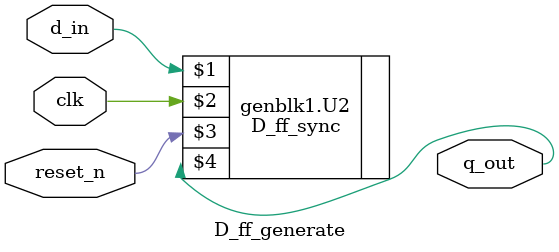
<source format=v>
`timescale 1ns / 1ps


module D_ff_generate(
    input d_in,
    input clk,
    input reset_n,
    output q_out
    );
    
parameter RESET_TYPE = 1; //sync reset
generate
    case(RESET_TYPE)
    1'b0: D_ff_async U1 (d_in,clk,reset_n,q_out);
    1'b1: D_ff_sync U2 (d_in,clk,reset_n,q_out);
    endcase    
endgenerate
endmodule

</source>
